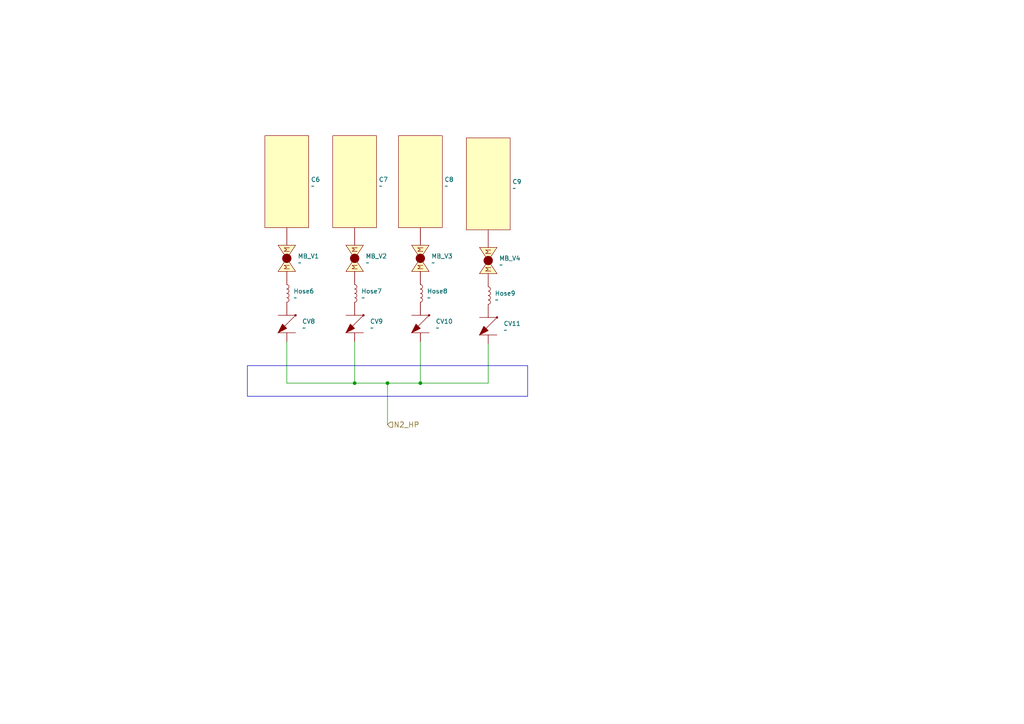
<source format=kicad_sch>
(kicad_sch (version 20250114) (generator "eeschema") (generator_version "9.0")
  (paper "A4")
  (lib_symbols
    (symbol "Check_Valve_1"
      (property "Reference" "CV" (at 2.54 -4.064 0))
      (symbol "Check_Valve_1_0_1"
        (polyline (pts (xy 0 2.54) (xy 5.08 -2.54)))
        (polyline (pts (xy 0 0) (xy 0 2.54)))
        (polyline (pts (xy 0 0) (xy 0 -2.54)))
        (polyline (pts (xy 5.08 -2.54) (xy 5.08 2.54)))
      )
      (symbol "Check_Valve_1_1_1"
        (circle (center 0 2.54) (radius 0.254) (fill (type outline)))
        (polyline (pts (xy 5.08 -2.54) (xy 2.54 -1.27) (xy 3.81 0) (xy 5.08 -2.54)) (fill (type outline)))
        (pin bidirectional line (at -2.54 0 0) (length 2.54) (name "") (number ""))
        (pin bidirectional line (at 7.62 0 180) (length 2.54) (name "") (number ""))
      )
    )
    (symbol "Check_Valve_2"
      (property "Reference" "CV" (at 2.54 -4.064 0))
      (symbol "Check_Valve_2_0_1"
        (polyline (pts (xy 0 2.54) (xy 5.08 -2.54)))
        (polyline (pts (xy 0 0) (xy 0 2.54)))
        (polyline (pts (xy 0 0) (xy 0 -2.54)))
        (polyline (pts (xy 5.08 -2.54) (xy 5.08 2.54)))
      )
      (symbol "Check_Valve_2_1_1"
        (circle (center 0 2.54) (radius 0.254) (fill (type outline)))
        (polyline (pts (xy 5.08 -2.54) (xy 2.54 -1.27) (xy 3.81 0) (xy 5.08 -2.54)) (fill (type outline)))
        (pin bidirectional line (at -2.54 0 0) (length 2.54) (name "") (number ""))
        (pin bidirectional line (at 7.62 0 180) (length 2.54) (name "") (number ""))
      )
    )
    (symbol "Check_Valve_3"
      (property "Reference" "CV" (at 2.54 -4.064 0))
      (symbol "Check_Valve_3_0_1"
        (polyline (pts (xy 0 2.54) (xy 5.08 -2.54)))
        (polyline (pts (xy 0 0) (xy 0 2.54)))
        (polyline (pts (xy 0 0) (xy 0 -2.54)))
        (polyline (pts (xy 5.08 -2.54) (xy 5.08 2.54)))
      )
      (symbol "Check_Valve_3_1_1"
        (circle (center 0 2.54) (radius 0.254) (fill (type outline)))
        (polyline (pts (xy 5.08 -2.54) (xy 2.54 -1.27) (xy 3.81 0) (xy 5.08 -2.54)) (fill (type outline)))
        (pin bidirectional line (at -2.54 0 0) (length 2.54) (name "") (number ""))
        (pin bidirectional line (at 7.62 0 180) (length 2.54) (name "") (number ""))
      )
    )
    (symbol "Hose_1"
      (property "Reference" "Hose" (at 0 0 0))
      (symbol "Hose_1_0_1"
        (arc (start 0 6.35) (mid 0.6323 5.715) (end 0 5.08))
        (arc (start 0 5.08) (mid 0.6323 4.445) (end 0 3.81))
        (arc (start 0 3.81) (mid 0.6323 3.175) (end 0 2.54))
        (arc (start 0 2.54) (mid 0.6323 1.905) (end 0 1.27))
      )
      (symbol "Hose_1_1_1"
        (pin passive line (at 0 7.62 270) (length 1.27) (name "") (number ""))
        (pin passive line (at 0 0 90) (length 1.27) (name "") (number ""))
      )
    )
    (symbol "Hose_2"
      (property "Reference" "Hose" (at 0 0 0))
      (symbol "Hose_2_0_1"
        (arc (start 0 6.35) (mid 0.6323 5.715) (end 0 5.08))
        (arc (start 0 5.08) (mid 0.6323 4.445) (end 0 3.81))
        (arc (start 0 3.81) (mid 0.6323 3.175) (end 0 2.54))
        (arc (start 0 2.54) (mid 0.6323 1.905) (end 0 1.27))
      )
      (symbol "Hose_2_1_1"
        (pin passive line (at 0 7.62 270) (length 1.27) (name "") (number ""))
        (pin passive line (at 0 0 90) (length 1.27) (name "") (number ""))
      )
    )
    (symbol "Hose_3"
      (property "Reference" "Hose" (at 0 0 0))
      (symbol "Hose_3_0_1"
        (arc (start 0 6.35) (mid 0.6323 5.715) (end 0 5.08))
        (arc (start 0 5.08) (mid 0.6323 4.445) (end 0 3.81))
        (arc (start 0 3.81) (mid 0.6323 3.175) (end 0 2.54))
        (arc (start 0 2.54) (mid 0.6323 1.905) (end 0 1.27))
      )
      (symbol "Hose_3_1_1"
        (pin passive line (at 0 7.62 270) (length 1.27) (name "") (number ""))
        (pin passive line (at 0 0 90) (length 1.27) (name "") (number ""))
      )
    )
    (symbol "MBallValve_1"
      (property "Reference" "MB_V" (at 0 -3.81 0))
      (symbol "MBallValve_1_0_1"
        (polyline (pts (xy -3.048 -0.762) (xy -3.048 0.762) (xy -2.54 0) (xy -2.032 0.762) (xy -2.032 -0.762)))
        (polyline (pts (xy 2.032 -0.762) (xy 2.032 0.762) (xy 2.54 0) (xy 3.048 0.762) (xy 3.048 -0.762)))
      )
      (symbol "MBallValve_1_1_1"
        (polyline (pts (xy 0 0) (xy -3.81 -2.54) (xy -3.81 2.54) (xy 0 0)) (fill (type background)))
        (polyline (pts (xy 0 0) (xy 3.81 2.54) (xy 3.81 -2.54) (xy 0 0)) (fill (type background)))
        (circle (center 0 0) (radius 1.27) (fill (type outline)))
        (pin passive line (at -6.35 0 0) (length 2.54) (name "") (number ""))
        (pin passive line (at 6.35 0 180) (length 2.54) (name "") (number ""))
      )
    )
    (symbol "MBallValve_2"
      (property "Reference" "MB_V" (at 0 -3.81 0))
      (symbol "MBallValve_2_0_1"
        (polyline (pts (xy -3.048 -0.762) (xy -3.048 0.762) (xy -2.54 0) (xy -2.032 0.762) (xy -2.032 -0.762)))
        (polyline (pts (xy 2.032 -0.762) (xy 2.032 0.762) (xy 2.54 0) (xy 3.048 0.762) (xy 3.048 -0.762)))
      )
      (symbol "MBallValve_2_1_1"
        (polyline (pts (xy 0 0) (xy -3.81 -2.54) (xy -3.81 2.54) (xy 0 0)) (fill (type background)))
        (polyline (pts (xy 0 0) (xy 3.81 2.54) (xy 3.81 -2.54) (xy 0 0)) (fill (type background)))
        (circle (center 0 0) (radius 1.27) (fill (type outline)))
        (pin passive line (at -6.35 0 0) (length 2.54) (name "") (number ""))
        (pin passive line (at 6.35 0 180) (length 2.54) (name "") (number ""))
      )
    )
    (symbol "MBallValve_3"
      (property "Reference" "MB_V" (at 0 -3.81 0))
      (symbol "MBallValve_3_0_1"
        (polyline (pts (xy -3.048 -0.762) (xy -3.048 0.762) (xy -2.54 0) (xy -2.032 0.762) (xy -2.032 -0.762)))
        (polyline (pts (xy 2.032 -0.762) (xy 2.032 0.762) (xy 2.54 0) (xy 3.048 0.762) (xy 3.048 -0.762)))
      )
      (symbol "MBallValve_3_1_1"
        (polyline (pts (xy 0 0) (xy -3.81 -2.54) (xy -3.81 2.54) (xy 0 0)) (fill (type background)))
        (polyline (pts (xy 0 0) (xy 3.81 2.54) (xy 3.81 -2.54) (xy 0 0)) (fill (type background)))
        (circle (center 0 0) (radius 1.27) (fill (type outline)))
        (pin passive line (at -6.35 0 0) (length 2.54) (name "") (number ""))
        (pin passive line (at 6.35 0 180) (length 2.54) (name "") (number ""))
      )
    )
    (symbol "PID_symbols:Check_Valve"
      (property "Reference" "CV" (at 2.54 -4.064 0))
      (symbol "Check_Valve_0_1"
        (polyline (pts (xy 0 2.54) (xy 5.08 -2.54)))
        (polyline (pts (xy 0 0) (xy 0 2.54)))
        (polyline (pts (xy 0 0) (xy 0 -2.54)))
        (polyline (pts (xy 5.08 -2.54) (xy 5.08 2.54)))
      )
      (symbol "Check_Valve_1_1"
        (circle (center 0 2.54) (radius 0.254) (fill (type outline)))
        (polyline (pts (xy 5.08 -2.54) (xy 2.54 -1.27) (xy 3.81 0) (xy 5.08 -2.54)) (fill (type outline)))
        (pin bidirectional line (at -2.54 0 0) (length 2.54) (name "") (number ""))
        (pin bidirectional line (at 7.62 0 180) (length 2.54) (name "") (number ""))
      )
    )
    (symbol "PID_symbols:Cylinder"
      (property "Reference" "C" (at 0 0 0))
      (symbol "Cylinder_1_1"
        (rectangle (start -6.35 12.7) (end 6.35 -13.97) (fill (type background)))
        (pin passive line (at 0 -16.51 90) (length 2.54) (name "") (number ""))
      )
    )
    (symbol "PID_symbols:Hose"
      (property "Reference" "Hose" (at 0 0 0))
      (symbol "Hose_0_1"
        (arc (start 0 6.35) (mid 0.6323 5.715) (end 0 5.08))
        (arc (start 0 5.08) (mid 0.6323 4.445) (end 0 3.81))
        (arc (start 0 3.81) (mid 0.6323 3.175) (end 0 2.54))
        (arc (start 0 2.54) (mid 0.6323 1.905) (end 0 1.27))
      )
      (symbol "Hose_1_1"
        (pin passive line (at 0 7.62 270) (length 1.27) (name "") (number ""))
        (pin passive line (at 0 0 90) (length 1.27) (name "") (number ""))
      )
    )
    (symbol "PID_symbols:MBallValve"
      (property "Reference" "MB_V" (at 0 -3.81 0))
      (symbol "MBallValve_0_1"
        (polyline (pts (xy -3.048 -0.762) (xy -3.048 0.762) (xy -2.54 0) (xy -2.032 0.762) (xy -2.032 -0.762)))
        (polyline (pts (xy 2.032 -0.762) (xy 2.032 0.762) (xy 2.54 0) (xy 3.048 0.762) (xy 3.048 -0.762)))
      )
      (symbol "MBallValve_1_1"
        (polyline (pts (xy 0 0) (xy -3.81 -2.54) (xy -3.81 2.54) (xy 0 0)) (fill (type background)))
        (polyline (pts (xy 0 0) (xy 3.81 2.54) (xy 3.81 -2.54) (xy 0 0)) (fill (type background)))
        (circle (center 0 0) (radius 1.27) (fill (type outline)))
        (pin passive line (at -6.35 0 0) (length 2.54) (name "") (number ""))
        (pin passive line (at 6.35 0 180) (length 2.54) (name "") (number ""))
      )
    )
  )
  (rectangle (start 71.755 106.045) (end 153.035 114.935))
  (junction (at 112.395 111.125))
  (junction (at 102.87 111.125))
  (junction (at 121.92 111.125))
  (wire (pts (xy 141.605 99.695) (xy 141.605 111.125)))
  (wire (pts (xy 121.92 111.125) (xy 141.605 111.125)))
  (wire (pts (xy 121.92 99.06) (xy 121.92 111.125)))
  (wire (pts (xy 83.185 111.125) (xy 102.87 111.125)))
  (wire (pts (xy 112.395 111.125) (xy 121.92 111.125)))
  (wire (pts (xy 102.87 99.06) (xy 102.87 111.125)))
  (wire (pts (xy 102.87 111.125) (xy 112.395 111.125)))
  (wire (pts (xy 83.185 99.06) (xy 83.185 111.125)))
  (wire (pts (xy 112.395 111.125) (xy 112.395 123.19)))
  (hierarchical_label "N2_HP" (shape input) (at 112.395 123.19 0) (effects (font (size 1.524 1.524))))
  (symbol (lib_id "PID_symbols:Cylinder") (at 121.92 52.07 0) (unit 1)
    (property "Reference" "C8" (at 128.905 52.0699 0) (effects (justify left)))
    (property "Value" "~" (at 128.905 53.975 0) (effects (justify left)))
  )
  (symbol (lib_id "PID_symbols:Cylinder") (at 141.605 52.705 0) (unit 1)
    (property "Reference" "C9" (at 148.59 52.7049 0) (effects (justify left)))
    (property "Value" "~" (at 148.59 54.61 0) (effects (justify left)))
  )
  (symbol (lib_id "PID_symbols:Check_Valve") (at 83.185 91.44 270) (unit 1)
    (property "Reference" "CV8" (at 87.63 93.2179 90) (effects (justify left)))
    (property "Value" "~" (at 87.63 95.123 90) (effects (justify left)))
  )
  (symbol (lib_name "MBallValve_2") (lib_id "PID_symbols:MBallValve") (at 121.92 74.93 90) (unit 1)
    (property "Reference" "MB_V3" (at 125.095 74.2949 90) (effects (justify right)))
    (property "Value" "~" (at 125.095 76.2 90) (effects (justify right)))
  )
  (symbol (lib_id "PID_symbols:Hose") (at 83.185 88.9 0) (unit 1)
    (property "Reference" "Hose6" (at 85.09 84.4549 0) (effects (justify left)))
    (property "Value" "~" (at 85.09 86.36 0) (effects (justify left)))
  )
  (symbol (lib_id "PID_symbols:Cylinder") (at 102.87 52.07 0) (unit 1)
    (property "Reference" "C7" (at 109.855 52.0699 0) (effects (justify left)))
    (property "Value" "~" (at 109.855 53.975 0) (effects (justify left)))
  )
  (symbol (lib_name "Check_Valve_2") (lib_id "PID_symbols:Check_Valve") (at 121.92 91.44 270) (unit 1)
    (property "Reference" "CV10" (at 126.365 93.2179 90) (effects (justify left)))
    (property "Value" "~" (at 126.365 95.123 90) (effects (justify left)))
  )
  (symbol (lib_id "PID_symbols:Cylinder") (at 83.185 52.07 0) (unit 1)
    (property "Reference" "C6" (at 90.17 52.0699 0) (effects (justify left)))
    (property "Value" "~" (at 90.17 53.975 0) (effects (justify left)))
  )
  (symbol (lib_name "MBallValve_3") (lib_id "PID_symbols:MBallValve") (at 141.605 75.565 90) (unit 1)
    (property "Reference" "MB_V4" (at 144.78 74.9299 90) (effects (justify right)))
    (property "Value" "~" (at 144.78 76.835 90) (effects (justify right)))
  )
  (symbol (lib_id "PID_symbols:MBallValve") (at 83.185 74.93 90) (unit 1)
    (property "Reference" "MB_V1" (at 86.36 74.2949 90) (effects (justify right)))
    (property "Value" "~" (at 86.36 76.2 90) (effects (justify right)))
  )
  (symbol (lib_name "Hose_2") (lib_id "PID_symbols:Hose") (at 121.92 88.9 0) (unit 1)
    (property "Reference" "Hose8" (at 123.825 84.4549 0) (effects (justify left)))
    (property "Value" "~" (at 123.825 86.36 0) (effects (justify left)))
  )
  (symbol (lib_name "Hose_1") (lib_id "PID_symbols:Hose") (at 102.87 88.9 0) (unit 1)
    (property "Reference" "Hose7" (at 104.775 84.4549 0) (effects (justify left)))
    (property "Value" "~" (at 104.775 86.36 0) (effects (justify left)))
  )
  (symbol (lib_name "Check_Valve_1") (lib_id "PID_symbols:Check_Valve") (at 102.87 91.44 270) (unit 1)
    (property "Reference" "CV9" (at 107.315 93.2179 90) (effects (justify left)))
    (property "Value" "~" (at 107.315 95.123 90) (effects (justify left)))
  )
  (symbol (lib_name "MBallValve_1") (lib_id "PID_symbols:MBallValve") (at 102.87 74.93 90) (unit 1)
    (property "Reference" "MB_V2" (at 106.045 74.2949 90) (effects (justify right)))
    (property "Value" "~" (at 106.045 76.2 90) (effects (justify right)))
  )
  (symbol (lib_name "Check_Valve_3") (lib_id "PID_symbols:Check_Valve") (at 141.605 92.075 270) (unit 1)
    (property "Reference" "CV11" (at 146.05 93.8529 90) (effects (justify left)))
    (property "Value" "~" (at 146.05 95.758 90) (effects (justify left)))
  )
  (symbol (lib_name "Hose_3") (lib_id "PID_symbols:Hose") (at 141.605 89.535 0) (unit 1)
    (property "Reference" "Hose9" (at 143.51 85.0899 0) (effects (justify left)))
    (property "Value" "~" (at 143.51 86.995 0) (effects (justify left)))
  )
)
</source>
